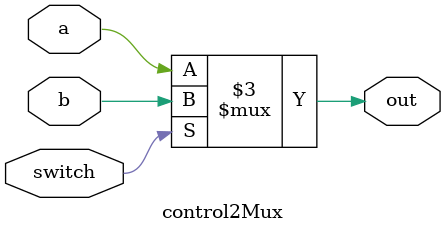
<source format=v>
module control2Mux (
	input wire a,
	input wire b,
	input wire switch,
	
	output reg out);
	
	always begin
		if (switch) out = b;
		else out = a;
	end
endmodule

</source>
